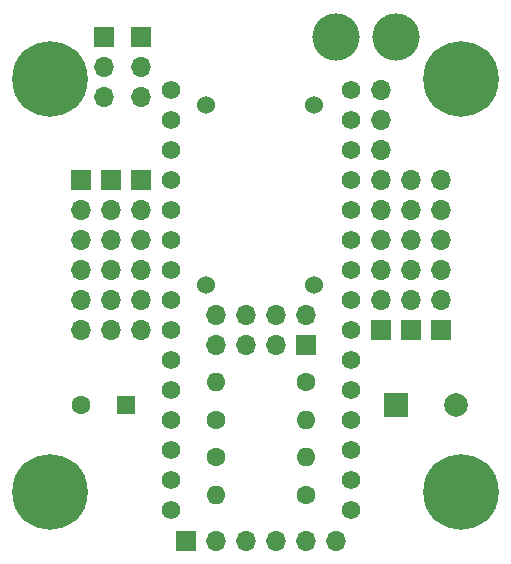
<source format=gts>
G04 #@! TF.GenerationSoftware,KiCad,Pcbnew,(5.0.0)*
G04 #@! TF.CreationDate,2020-01-07T10:02:11+01:00*
G04 #@! TF.ProjectId,Pacifistabot-ESP-01s,506163696669737461626F742D455350,rev?*
G04 #@! TF.SameCoordinates,Original*
G04 #@! TF.FileFunction,Soldermask,Top*
G04 #@! TF.FilePolarity,Negative*
%FSLAX46Y46*%
G04 Gerber Fmt 4.6, Leading zero omitted, Abs format (unit mm)*
G04 Created by KiCad (PCBNEW (5.0.0)) date 01/07/20 10:02:11*
%MOMM*%
%LPD*%
G01*
G04 APERTURE LIST*
%ADD10C,0.600000*%
%ADD11C,6.400000*%
%ADD12O,1.700000X1.700000*%
%ADD13R,1.700000X1.700000*%
%ADD14C,1.574800*%
%ADD15R,1.600000X1.600000*%
%ADD16C,1.600000*%
%ADD17R,2.000000X2.000000*%
%ADD18C,2.000000*%
%ADD19C,4.000500*%
%ADD20O,1.600000X1.600000*%
%ADD21C,1.524000*%
G04 APERTURE END LIST*
D10*
G04 #@! TO.C,*
X104948056Y-135208944D03*
X103251000Y-134506000D03*
X101553944Y-135208944D03*
X100851000Y-136906000D03*
X101553944Y-138603056D03*
X103251000Y-139306000D03*
X104948056Y-138603056D03*
X105651000Y-136906000D03*
D11*
X103251000Y-136906000D03*
G04 #@! TD*
G04 #@! TO.C,*
X68453000Y-136906000D03*
D10*
X70853000Y-136906000D03*
X70150056Y-138603056D03*
X68453000Y-139306000D03*
X66755944Y-138603056D03*
X66053000Y-136906000D03*
X66755944Y-135208944D03*
X68453000Y-134506000D03*
X70150056Y-135208944D03*
G04 #@! TD*
G04 #@! TO.C,*
X70150056Y-100283944D03*
X68453000Y-99581000D03*
X66755944Y-100283944D03*
X66053000Y-101981000D03*
X66755944Y-103678056D03*
X68453000Y-104381000D03*
X70150056Y-103678056D03*
X70853000Y-101981000D03*
D11*
X68453000Y-101981000D03*
G04 #@! TD*
G04 #@! TO.C,*
X103251000Y-101981000D03*
D10*
X105651000Y-101981000D03*
X104948056Y-103678056D03*
X103251000Y-104381000D03*
X101553944Y-103678056D03*
X100851000Y-101981000D03*
X101553944Y-100283944D03*
X103251000Y-99581000D03*
X104948056Y-100283944D03*
G04 #@! TD*
D12*
G04 #@! TO.C,U3*
X82550000Y-121920000D03*
X82550000Y-124460000D03*
X85090000Y-121920000D03*
X85090000Y-124460000D03*
X87630000Y-121920000D03*
X87630000Y-124460000D03*
X90170000Y-121920000D03*
D13*
X90170000Y-124460000D03*
G04 #@! TD*
D14*
G04 #@! TO.C,A1*
X93980000Y-102870000D03*
X78740000Y-102870000D03*
X93980000Y-105410000D03*
X78740000Y-105410000D03*
X93980000Y-107950000D03*
X78740000Y-107950000D03*
X93980000Y-110490000D03*
X78740000Y-110490000D03*
X93980000Y-113030000D03*
X78740000Y-113030000D03*
X93980000Y-115570000D03*
X78740000Y-115570000D03*
X93980000Y-118110000D03*
X78740000Y-118110000D03*
X93980000Y-120650000D03*
X78740000Y-120650000D03*
X93980000Y-123190000D03*
X78740000Y-123190000D03*
X93980000Y-125730000D03*
X78740000Y-125730000D03*
X93980000Y-128270000D03*
X78740000Y-128270000D03*
X93980000Y-130810000D03*
X78740000Y-130810000D03*
X93980000Y-133350000D03*
X78740000Y-133350000D03*
X93980000Y-135890000D03*
X78740000Y-135890000D03*
X93980000Y-138430000D03*
X78740000Y-138430000D03*
G04 #@! TD*
D15*
G04 #@! TO.C,C1*
X74920000Y-129540000D03*
D16*
X71120000Y-129540000D03*
G04 #@! TD*
D17*
G04 #@! TO.C,C2*
X97790000Y-129540000D03*
D18*
X102790000Y-129540000D03*
G04 #@! TD*
D19*
G04 #@! TO.C,J1*
X92710000Y-98425000D03*
G04 #@! TD*
G04 #@! TO.C,J2*
X97790000Y-98425000D03*
G04 #@! TD*
D12*
G04 #@! TO.C,J5*
X73660000Y-123190000D03*
X73660000Y-120650000D03*
X73660000Y-118110000D03*
X73660000Y-115570000D03*
X73660000Y-113030000D03*
D13*
X73660000Y-110490000D03*
G04 #@! TD*
G04 #@! TO.C,J6*
X99060000Y-123190000D03*
D12*
X99060000Y-120650000D03*
X99060000Y-118110000D03*
X99060000Y-115570000D03*
X99060000Y-113030000D03*
X99060000Y-110490000D03*
G04 #@! TD*
G04 #@! TO.C,J7*
X101600000Y-110490000D03*
X101600000Y-113030000D03*
X101600000Y-115570000D03*
X101600000Y-118110000D03*
X101600000Y-120650000D03*
D13*
X101600000Y-123190000D03*
G04 #@! TD*
G04 #@! TO.C,J8*
X71120000Y-110490000D03*
D12*
X71120000Y-113030000D03*
X71120000Y-115570000D03*
X71120000Y-118110000D03*
X71120000Y-120650000D03*
X71120000Y-123190000D03*
G04 #@! TD*
G04 #@! TO.C,J10*
X73025000Y-103505000D03*
X73025000Y-100965000D03*
D13*
X73025000Y-98425000D03*
G04 #@! TD*
D16*
G04 #@! TO.C,R2*
X90170000Y-127635000D03*
D20*
X82550000Y-127635000D03*
G04 #@! TD*
D16*
G04 #@! TO.C,R3*
X82550000Y-130810000D03*
D20*
X90170000Y-130810000D03*
G04 #@! TD*
G04 #@! TO.C,R4*
X82550000Y-137160000D03*
D16*
X90170000Y-137160000D03*
G04 #@! TD*
G04 #@! TO.C,R5*
X82550000Y-133985000D03*
D20*
X90170000Y-133985000D03*
G04 #@! TD*
D21*
G04 #@! TO.C,U1*
X90805000Y-119380000D03*
X81665000Y-119380000D03*
X90809000Y-104140000D03*
X81665000Y-104140000D03*
G04 #@! TD*
D13*
G04 #@! TO.C,J4*
X76200000Y-110490000D03*
D12*
X76200000Y-113030000D03*
X76200000Y-115570000D03*
X76200000Y-118110000D03*
X76200000Y-120650000D03*
X76200000Y-123190000D03*
G04 #@! TD*
G04 #@! TO.C,J11*
X76200000Y-103505000D03*
X76200000Y-100965000D03*
D13*
X76200000Y-98425000D03*
G04 #@! TD*
G04 #@! TO.C,J3*
X96520000Y-123190000D03*
D12*
X96520000Y-120650000D03*
X96520000Y-118110000D03*
X96520000Y-115570000D03*
X96520000Y-113030000D03*
X96520000Y-110490000D03*
X96520000Y-107950000D03*
X96520000Y-105410000D03*
X96520000Y-102870000D03*
G04 #@! TD*
D13*
G04 #@! TO.C,J9*
X80010000Y-141033500D03*
D12*
X82550000Y-141033500D03*
X85090000Y-141033500D03*
X87630000Y-141033500D03*
X90170000Y-141033500D03*
X92710000Y-141033500D03*
G04 #@! TD*
M02*

</source>
